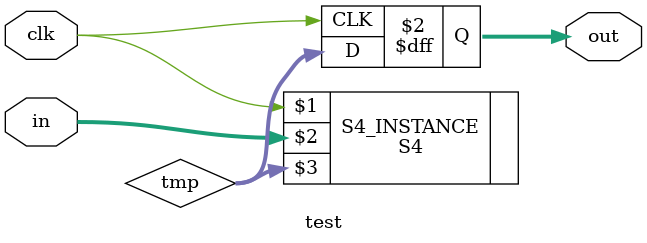
<source format=v>
`include "table.v"

module test(clk, in, out);

input  wire        clk;
input  wire [31:0] in;
output reg  [31:0] out;

wire [31:0] tmp;


S4 S4_INSTANCE(clk, in, tmp);

always @(posedge clk) begin
	out <= tmp;
end

endmodule

</source>
